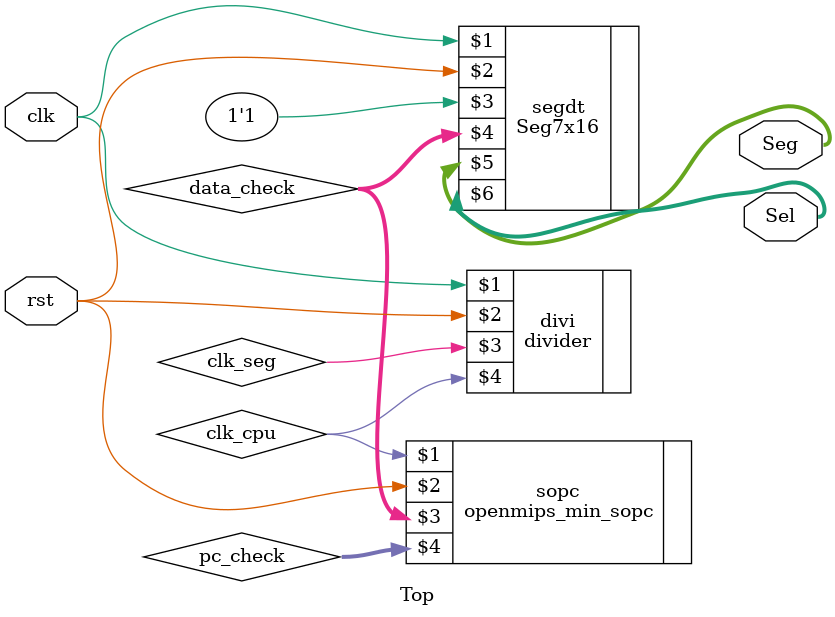
<source format=v>
`timescale 1ns / 1ps


module Top(
    input clk,
    input rst,
    output [7:0] Seg,
    output [7:0] Sel
    );

    wire [31:0] data_check;
    wire [31:0] pc_check;
    wire clk_cpu;
    wire clk_seg;
        
    Seg7x16 segdt(
        clk,
        rst,
        1'b1,
        data_check,
        Seg,
        Sel
    );

    openmips_min_sopc sopc(
        clk_cpu,
        rst,
        data_check,
        pc_check
    );
    
    divider divi(
        clk,
        rst,
        clk_seg,
        clk_cpu
    );
    
    
endmodule

</source>
